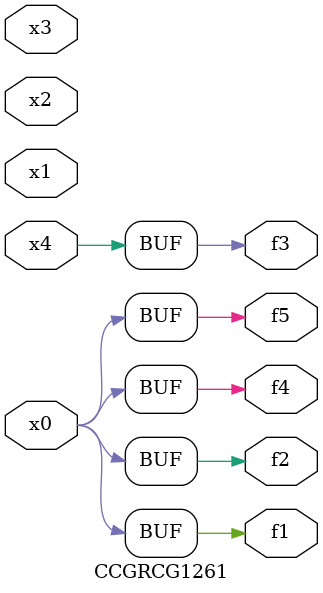
<source format=v>
module CCGRCG1261(
	input x0, x1, x2, x3, x4,
	output f1, f2, f3, f4, f5
);
	assign f1 = x0;
	assign f2 = x0;
	assign f3 = x4;
	assign f4 = x0;
	assign f5 = x0;
endmodule

</source>
